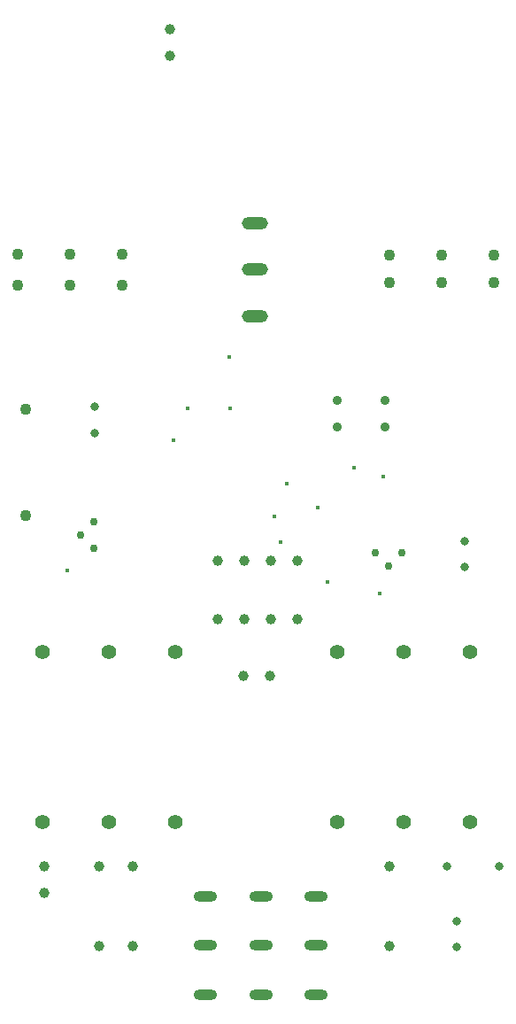
<source format=gbr>
%TF.GenerationSoftware,KiCad,Pcbnew,7.0.5.1-1-g8f565ef7f0-dirty-deb11*%
%TF.CreationDate,2023-08-09T07:55:00+00:00*%
%TF.ProjectId,GreenBean,47726565-6e42-4656-916e-2e6b69636164,rev?*%
%TF.SameCoordinates,Original*%
%TF.FileFunction,Plated,1,2,PTH,Mixed*%
%TF.FilePolarity,Positive*%
%FSLAX46Y46*%
G04 Gerber Fmt 4.6, Leading zero omitted, Abs format (unit mm)*
G04 Created by KiCad (PCBNEW 7.0.5.1-1-g8f565ef7f0-dirty-deb11) date 2023-08-09 07:55:00*
%MOMM*%
%LPD*%
G01*
G04 APERTURE LIST*
%TA.AperFunction,ViaDrill*%
%ADD10C,0.400000*%
%TD*%
%TA.AperFunction,ComponentDrill*%
%ADD11C,0.750000*%
%TD*%
%TA.AperFunction,ComponentDrill*%
%ADD12C,0.800000*%
%TD*%
%TA.AperFunction,ComponentDrill*%
%ADD13C,0.900000*%
%TD*%
%TA.AperFunction,ComponentDrill*%
%ADD14C,1.000000*%
%TD*%
G04 aperture for slot hole*
%TA.AperFunction,ComponentDrill*%
%ADD15O,2.250000X1.000000*%
%TD*%
%TA.AperFunction,ComponentDrill*%
%ADD16C,1.000760*%
%TD*%
%TA.AperFunction,ComponentDrill*%
%ADD17C,1.100000*%
%TD*%
G04 aperture for slot hole*
%TA.AperFunction,ComponentDrill*%
%ADD18O,2.500000X1.250000*%
%TD*%
%TA.AperFunction,ComponentDrill*%
%ADD19C,1.400000*%
%TD*%
G04 APERTURE END LIST*
D10*
X124710000Y-106700000D03*
X134910000Y-94300000D03*
X136210000Y-91200000D03*
X140210000Y-86300000D03*
X140310000Y-91200000D03*
X144510000Y-101500000D03*
X145110000Y-104000000D03*
X145710000Y-98400000D03*
X148710000Y-100700000D03*
X149610000Y-107800000D03*
X152110000Y-96900000D03*
X154610000Y-108900000D03*
X154960000Y-97750000D03*
D11*
%TO.C,Q4*%
X126010000Y-103300000D03*
X127280000Y-102030000D03*
X127280000Y-104570000D03*
%TO.C,Q1*%
X154220000Y-105050000D03*
X155490000Y-106320000D03*
X156760000Y-105050000D03*
D12*
%TO.C,C13*%
X127310000Y-91052651D03*
X127310000Y-93552651D03*
%TO.C,C1*%
X161050000Y-135000000D03*
%TO.C,C2*%
X162000000Y-140200000D03*
X162000000Y-142700000D03*
%TO.C,C10*%
X162710000Y-103900000D03*
X162710000Y-106400000D03*
%TO.C,C1*%
X166050000Y-135000000D03*
D13*
%TO.C,D6*%
X150510000Y-90435000D03*
X150510000Y-92975000D03*
%TO.C,D3*%
X155110000Y-90425000D03*
X155110000Y-92965000D03*
D14*
%TO.C,J1*%
X134510000Y-55000000D03*
X134510000Y-57540000D03*
D15*
%TO.C,SW1*%
X137950000Y-137825000D03*
X137950000Y-142525000D03*
X137950000Y-147225000D03*
D14*
%TO.C,JOVGI2*%
X139080000Y-105800000D03*
%TO.C,JOVGI1*%
X139080000Y-111350000D03*
%TO.C,J4*%
X141600000Y-116810000D03*
%TO.C,JOVGI2*%
X141620000Y-105800000D03*
%TO.C,JOVGI1*%
X141620000Y-111350000D03*
D15*
%TO.C,SW1*%
X143250000Y-137825000D03*
X143250000Y-142550000D03*
X143250000Y-147225000D03*
D14*
%TO.C,J4*%
X144140000Y-116810000D03*
%TO.C,JOVGI2*%
X144160000Y-105800000D03*
%TO.C,JOVGI1*%
X144160000Y-111350000D03*
%TO.C,JOVGI2*%
X146700000Y-105800000D03*
%TO.C,JOVGI1*%
X146700000Y-111350000D03*
D15*
%TO.C,SW1*%
X148550000Y-137825000D03*
X148550000Y-142525000D03*
X148550000Y-147225000D03*
D16*
%TO.C,D1*%
X122500000Y-135000000D03*
X122500000Y-137540000D03*
%TO.C,R2*%
X127760000Y-134980000D03*
X127760000Y-142600000D03*
%TO.C,R3*%
X131010000Y-135000000D03*
X131010000Y-142620000D03*
%TO.C,R1*%
X155500000Y-135000000D03*
X155500000Y-142620000D03*
D17*
%TO.C,TONE1*%
X120010000Y-76445832D03*
%TO.C,VOL1*%
X120010000Y-79404168D03*
%TO.C,D7*%
X120710000Y-91320000D03*
X120710000Y-101480000D03*
%TO.C,TONE1*%
X125010000Y-76445832D03*
%TO.C,VOL1*%
X125010000Y-79404168D03*
%TO.C,TONE1*%
X130010000Y-76445832D03*
%TO.C,VOL1*%
X130010000Y-79404168D03*
%TO.C,DRIVE1*%
X155510000Y-76550000D03*
%TO.C,LOW1*%
X155510000Y-79154168D03*
%TO.C,DRIVE1*%
X160510000Y-76550000D03*
%TO.C,LOW1*%
X160510000Y-79154168D03*
%TO.C,DRIVE1*%
X165510000Y-76550000D03*
%TO.C,LOW1*%
X165510000Y-79154168D03*
D18*
%TO.C,SW2*%
X142710000Y-73500000D03*
X142710000Y-77950000D03*
X142710000Y-82400000D03*
D19*
%TO.C,J3*%
X122310000Y-114500000D03*
X122310000Y-130730000D03*
X128660000Y-114500000D03*
X128660000Y-130730000D03*
X135010000Y-114500000D03*
X135010000Y-130730000D03*
%TO.C,J2*%
X150575000Y-114500000D03*
X150575000Y-130730000D03*
X156925000Y-114500000D03*
X156925000Y-130730000D03*
X163275000Y-114500000D03*
X163275000Y-130730000D03*
M02*

</source>
